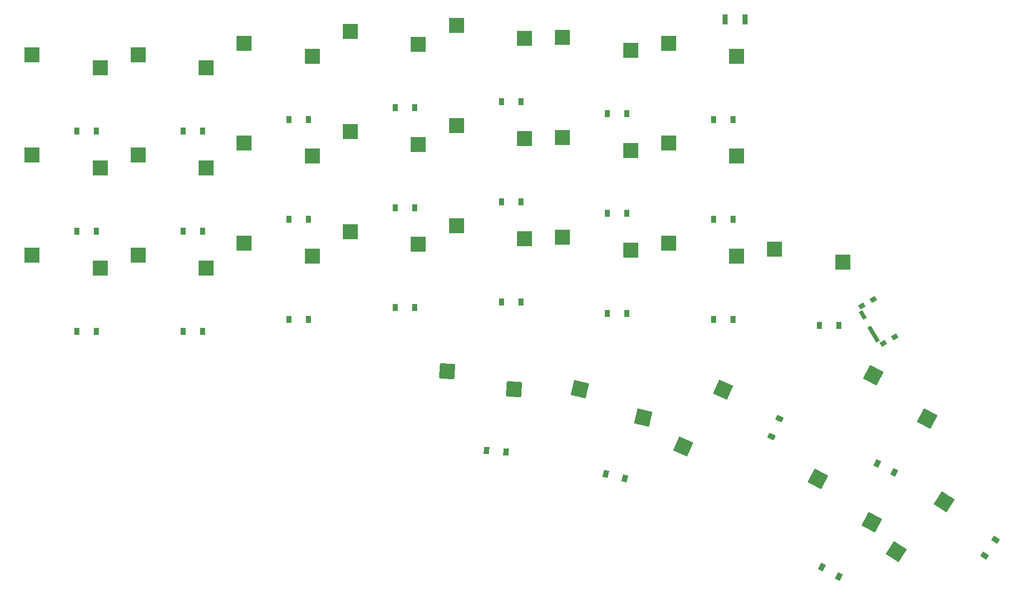
<source format=gbr>
%TF.GenerationSoftware,KiCad,Pcbnew,6.0.7*%
%TF.CreationDate,2022-09-14T22:19:13-04:00*%
%TF.ProjectId,flutter_v2_wren,666c7574-7465-4725-9f76-325f7772656e,v1.0.0*%
%TF.SameCoordinates,Original*%
%TF.FileFunction,Paste,Bot*%
%TF.FilePolarity,Positive*%
%FSLAX46Y46*%
G04 Gerber Fmt 4.6, Leading zero omitted, Abs format (unit mm)*
G04 Created by KiCad (PCBNEW 6.0.7) date 2022-09-14 22:19:13*
%MOMM*%
%LPD*%
G01*
G04 APERTURE LIST*
G04 Aperture macros list*
%AMRotRect*
0 Rectangle, with rotation*
0 The origin of the aperture is its center*
0 $1 length*
0 $2 width*
0 $3 Rotation angle, in degrees counterclockwise*
0 Add horizontal line*
21,1,$1,$2,0,0,$3*%
G04 Aperture macros list end*
%ADD10R,0.900000X1.200000*%
%ADD11R,2.600000X2.600000*%
%ADD12RotRect,2.600000X2.600000X66.000000*%
%ADD13RotRect,0.900000X1.200000X237.000000*%
%ADD14RotRect,0.900000X1.200000X152.000000*%
%ADD15RotRect,2.600000X2.600000X332.000000*%
%ADD16RotRect,2.600000X2.600000X57.000000*%
%ADD17R,0.900000X1.700000*%
%ADD18RotRect,2.600000X2.600000X346.500000*%
%ADD19RotRect,2.600000X2.600000X356.000000*%
%ADD20RotRect,1.000000X0.800000X30.000000*%
%ADD21RotRect,0.700000X1.500000X30.000000*%
%ADD22RotRect,0.900000X1.200000X166.500000*%
%ADD23RotRect,0.900000X1.200000X246.000000*%
%ADD24RotRect,0.900000X1.200000X176.000000*%
G04 APERTURE END LIST*
D10*
%TO.C,D10*%
X61650000Y-3000000D03*
X58350000Y-3000000D03*
%TD*%
D11*
%TO.C,S24*%
X50725000Y43950000D03*
X62275000Y41750000D03*
%TD*%
D10*
%TO.C,D13*%
X79650000Y-2000000D03*
X76350000Y-2000000D03*
%TD*%
D12*
%TO.C,S44*%
X107232342Y-26571778D03*
X113939950Y-16915149D03*
%TD*%
D13*
%TO.C,D25*%
X160171373Y-42374190D03*
X158374065Y-45141802D03*
%TD*%
D10*
%TO.C,D26*%
X133650000Y-6000000D03*
X130350000Y-6000000D03*
%TD*%
D11*
%TO.C,S42*%
X104725000Y41950000D03*
X116275000Y39750000D03*
%TD*%
D10*
%TO.C,D2*%
X7650000Y10000000D03*
X4350000Y10000000D03*
%TD*%
D11*
%TO.C,S26*%
X68725000Y10950000D03*
X80275000Y8750000D03*
%TD*%
%TO.C,S8*%
X14725000Y5950000D03*
X26275000Y3750000D03*
%TD*%
D10*
%TO.C,D21*%
X115650000Y29000000D03*
X112350000Y29000000D03*
%TD*%
%TO.C,D14*%
X79650000Y15000000D03*
X76350000Y15000000D03*
%TD*%
D11*
%TO.C,S18*%
X32725000Y41950000D03*
X44275000Y39750000D03*
%TD*%
D10*
%TO.C,D3*%
X7650000Y27000000D03*
X4350000Y27000000D03*
%TD*%
D14*
%TO.C,D23*%
X133624127Y-48657260D03*
X130710399Y-47108004D03*
%TD*%
D15*
%TO.C,S48*%
X139447012Y-14435159D03*
X148612220Y-21800041D03*
%TD*%
D10*
%TO.C,D8*%
X43650000Y12000000D03*
X40350000Y12000000D03*
%TD*%
%TO.C,D9*%
X43650000Y29000000D03*
X40350000Y29000000D03*
%TD*%
D14*
%TO.C,D24*%
X143013559Y-30998308D03*
X140099831Y-29449052D03*
%TD*%
D11*
%TO.C,S20*%
X50725000Y9950000D03*
X62275000Y7750000D03*
%TD*%
%TO.C,S4*%
X-3275000Y22950000D03*
X8275000Y20750000D03*
%TD*%
D10*
%TO.C,D5*%
X25650000Y10000000D03*
X22350000Y10000000D03*
%TD*%
D11*
%TO.C,S12*%
X14725000Y39950000D03*
X26275000Y37750000D03*
%TD*%
D16*
%TO.C,S50*%
X143360408Y-44483590D03*
X151496064Y-35995151D03*
%TD*%
D17*
%TO.C,*%
X114300000Y46000000D03*
X117700000Y46000000D03*
%TD*%
D10*
%TO.C,D7*%
X43650000Y-5000000D03*
X40350000Y-5000000D03*
%TD*%
%TO.C,D16*%
X97650000Y-4000000D03*
X94350000Y-4000000D03*
%TD*%
D11*
%TO.C,S14*%
X32725000Y7950000D03*
X44275000Y5750000D03*
%TD*%
%TO.C,S10*%
X14725000Y22950000D03*
X26275000Y20750000D03*
%TD*%
%TO.C,S2*%
X-3275000Y5950000D03*
X8275000Y3750000D03*
%TD*%
%TO.C,S34*%
X86725000Y25950000D03*
X98275000Y23750000D03*
%TD*%
D18*
%TO.C,S56*%
X89704488Y-16849865D03*
X100421781Y-21685373D03*
%TD*%
D11*
%TO.C,S38*%
X104725000Y7950000D03*
X116275000Y5750000D03*
%TD*%
D10*
%TO.C,D6*%
X25650000Y27000000D03*
X22350000Y27000000D03*
%TD*%
D11*
%TO.C,S28*%
X68725000Y27950000D03*
X80275000Y25750000D03*
%TD*%
D10*
%TO.C,D19*%
X115650000Y-5000000D03*
X112350000Y-5000000D03*
%TD*%
D11*
%TO.C,S36*%
X86725000Y42950000D03*
X98275000Y40750000D03*
%TD*%
D10*
%TO.C,D1*%
X7650000Y-7000000D03*
X4350000Y-7000000D03*
%TD*%
%TO.C,D17*%
X97650000Y13000000D03*
X94350000Y13000000D03*
%TD*%
%TO.C,D15*%
X79650000Y32000000D03*
X76350000Y32000000D03*
%TD*%
D19*
%TO.C,S54*%
X67148029Y-13836041D03*
X78516429Y-16836370D03*
%TD*%
D20*
%TO.C,*%
X139413416Y-1624007D03*
X141149500Y-9050993D03*
X143063416Y-7945993D03*
X137499500Y-2729007D03*
D21*
X137636584Y-4266443D03*
X139136584Y-6864519D03*
X139886584Y-8163557D03*
%TD*%
D11*
%TO.C,S6*%
X-3275000Y39950000D03*
X8275000Y37750000D03*
%TD*%
D22*
%TO.C,D28*%
X97304512Y-31992447D03*
X94095692Y-31222077D03*
%TD*%
D10*
%TO.C,D4*%
X25650000Y-7000000D03*
X22350000Y-7000000D03*
%TD*%
D11*
%TO.C,S22*%
X50725000Y26950000D03*
X62275000Y24750000D03*
%TD*%
%TO.C,S40*%
X104725000Y24950000D03*
X116275000Y22750000D03*
%TD*%
D15*
%TO.C,S46*%
X130057581Y-32094111D03*
X139222789Y-39458993D03*
%TD*%
D23*
%TO.C,D22*%
X123506353Y-21858534D03*
X122164123Y-24873234D03*
%TD*%
D24*
%TO.C,D27*%
X77143070Y-27516585D03*
X73851108Y-27286389D03*
%TD*%
D10*
%TO.C,D12*%
X61650000Y31000000D03*
X58350000Y31000000D03*
%TD*%
%TO.C,D20*%
X115650000Y12000000D03*
X112350000Y12000000D03*
%TD*%
D11*
%TO.C,S32*%
X86725000Y8950000D03*
X98275000Y6750000D03*
%TD*%
D10*
%TO.C,D18*%
X97650000Y30000000D03*
X94350000Y30000000D03*
%TD*%
D11*
%TO.C,S52*%
X122725000Y6950000D03*
X134275000Y4750000D03*
%TD*%
%TO.C,S16*%
X32725000Y24950000D03*
X44275000Y22750000D03*
%TD*%
D10*
%TO.C,D11*%
X61650000Y14000000D03*
X58350000Y14000000D03*
%TD*%
D11*
%TO.C,S30*%
X68725000Y44950000D03*
X80275000Y42750000D03*
%TD*%
M02*

</source>
